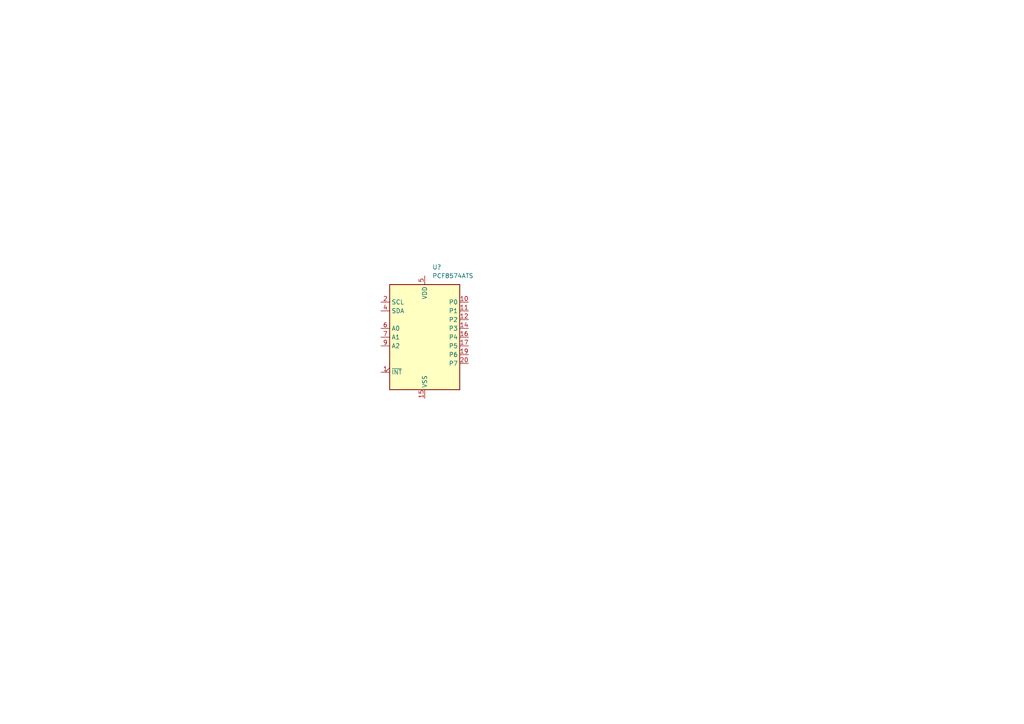
<source format=kicad_sch>
(kicad_sch (version 20230121) (generator eeschema)
  (paper "A4")
  (lib_symbols
    (symbol "Interface_Expansion:PCF8574ATS"
      (property "Reference" "U" (at -8.89 16.51 0))
      (property "Value" "PCF8574ATS" (at 3.81 16.51 0))
      (symbol "PCF8574ATS_0_1"
        (rectangle (start -10.16 15.24) (end 10.16 -15.24) (stroke (width 0.254)) (fill (type background)))
      )
      (symbol "PCF8574ATS_1_1"
        (pin open_collector output_low (at -12.7 -10.16 0) (length 2.54) (name "~{INT}") (number "1"))
        (pin bidirectional line (at 12.7 10.16 180) (length 2.54) (name "P0") (number "10"))
        (pin bidirectional line (at 12.7 7.62 180) (length 2.54) (name "P1") (number "11"))
        (pin bidirectional line (at 12.7 5.08 180) (length 2.54) (name "P2") (number "12"))
        (pin no_connect line (at -10.16 -5.08 0) (length 2.54) hide (name "NC") (number "13"))
        (pin bidirectional line (at 12.7 2.54 180) (length 2.54) (name "P3") (number "14"))
        (pin power_in line (at 0 -17.78 90) (length 2.54) (name "VSS") (number "15"))
        (pin bidirectional line (at 12.7 0 180) (length 2.54) (name "P4") (number "16"))
        (pin bidirectional line (at 12.7 -2.54 180) (length 2.54) (name "P5") (number "17"))
        (pin no_connect line (at -10.16 -7.62 0) (length 2.54) hide (name "NC") (number "18"))
        (pin bidirectional line (at 12.7 -5.08 180) (length 2.54) (name "P6") (number "19"))
        (pin input line (at -12.7 10.16 0) (length 2.54) (name "SCL") (number "2"))
        (pin bidirectional line (at 12.7 -7.62 180) (length 2.54) (name "P7") (number "20"))
        (pin no_connect line (at 10.16 -10.16 180) (length 2.54) hide (name "NC") (number "3"))
        (pin bidirectional line (at -12.7 7.62 0) (length 2.54) (name "SDA") (number "4"))
        (pin power_in line (at 0 17.78 270) (length 2.54) (name "VDD") (number "5"))
        (pin input line (at -12.7 2.54 0) (length 2.54) (name "A0") (number "6"))
        (pin input line (at -12.7 0 0) (length 2.54) (name "A1") (number "7"))
        (pin no_connect line (at 10.16 -12.7 180) (length 2.54) hide (name "NC") (number "8"))
        (pin input line (at -12.7 -2.54 0) (length 2.54) (name "A2") (number "9"))
      )
    )
  )
  (symbol (lib_id "Interface_Expansion:PCF8574ATS") (at 123.19 97.79 0) (unit 1)
    (property "Reference" "U?" (at 125.3841 77.47 0) (effects (justify left)))
    (property "Value" "PCF8574ATS" (at 125.3841 80.01 0) (effects (justify left)))
    (property "Footprint" "Package_SO:SSOP-20_4.4x6.5mm_P0.65mm" (effects hide))
    (property "Datasheet" "http://www.nxp.com/docs/en/data-sheet/PCF8574_PCF8574A.pdf" (effects hide))
  )
)
</source>
